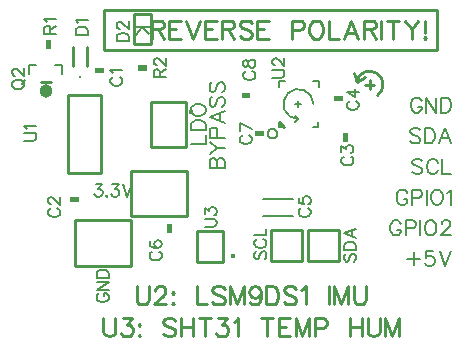
<source format=gto>
G04 DipTrace 3.3.1.3*
G04 HypermaqI2Csensorboardv0.1.gto*
%MOMM*%
G04 #@! TF.FileFunction,Legend,Top*
G04 #@! TF.Part,Single*
%ADD10C,0.25*%
%ADD18C,0.2032*%
%ADD22C,0.254*%
%ADD35C,0.1524*%
%ADD38O,0.23999X0.23961*%
%ADD45C,0.127*%
%ADD48O,0.3916X0.39148*%
%ADD51O,1.09392X1.13934*%
%ADD54O,0.41059X0.40856*%
%ADD93C,0.15686*%
%ADD94C,0.23529*%
%ADD95C,0.19608*%
%FSLAX35Y35*%
G04*
G71*
G90*
G75*
G01*
G04 TopSilk*
%LPD*%
X2094250Y1187617D2*
D10*
X1620617D1*
Y1569383D1*
X2094250D1*
Y1187617D1*
G36*
X1389103Y2397140D2*
X1312904D1*
Y2442849D1*
X1389103D1*
Y2397140D1*
G37*
G36*
X1100897Y1347360D2*
X1177096D1*
Y1301651D1*
X1100897D1*
Y1347360D1*
G37*
G36*
X3413120Y1814327D2*
X3458829D1*
Y1890526D1*
X3413120D1*
Y1814327D1*
G37*
G36*
X3418896Y2158063D2*
X3342697D1*
Y2203772D1*
X3418896D1*
Y2158063D1*
G37*
X2992465Y1185189D2*
D35*
X2737267Y1184812D1*
X2990064Y1333818D2*
X2741785Y1333893D1*
G36*
X1967860Y1118103D2*
X1922151D1*
Y1041904D1*
X1967860D1*
Y1118103D1*
G37*
G36*
X2666334Y1910630D2*
X2742533D1*
Y1864921D1*
X2666334D1*
Y1910630D1*
G37*
G36*
X2559598Y2185020D2*
X2631564D1*
Y2225332D1*
X2559598D1*
Y2185020D1*
G37*
X1126002Y2459987D2*
D10*
Y2619985D1*
X1245998Y2459987D2*
Y2619985D1*
D38*
X1186000Y2365987D3*
X1643210Y2893482D2*
D10*
X1789979D1*
Y2643845D1*
X1643210D1*
Y2893482D1*
X1791297Y2791006D2*
D18*
X1715995Y2790906D1*
X1651829Y2791430D2*
X1715995Y2790906D1*
X1768565Y2728147D1*
X1713462Y2789358D2*
X1661632Y2722805D1*
X1618250Y767617D2*
D10*
X1144617D1*
Y1149383D1*
X1618250D1*
Y767617D1*
X854512Y2324780D2*
X944009D1*
X820004Y2470010D2*
D18*
X760007D1*
Y2390000D1*
X979996Y2470010D2*
X1039993D1*
Y2390000D1*
G36*
X898140Y2601897D2*
X943849D1*
Y2678096D1*
X898140D1*
Y2601897D1*
G37*
G36*
X1753103Y2417140D2*
X1676904D1*
Y2462849D1*
X1753103D1*
Y2417140D1*
G37*
X2806000Y806433D2*
D10*
X3070133D1*
Y1070567D1*
X2806000D1*
Y806433D1*
X3116000D2*
X3380133D1*
Y1070567D1*
X3116000D1*
Y806433D1*
X3163840Y2135480D2*
D45*
G03X3036796Y2008444I-126989J-48D01*
G01*
X3011431Y2033842D1*
X3036796Y2008444D2*
X3011431Y1983046D1*
X2873373Y2276968D2*
D18*
Y2326947D1*
X2923367D1*
X3036796Y2160878D2*
D45*
Y2110034D1*
X2873373Y1986695D2*
D18*
Y1936716D1*
X2923367D1*
X3011431Y2135480D2*
D45*
X3062205D1*
X3157683Y1936716D2*
D18*
X3207676D1*
Y1986695D1*
X2919768Y1938396D2*
D10*
X2876062Y1984199D1*
X3160935Y2326947D2*
D18*
X3210928D1*
Y2276968D1*
X2777332Y1886953D2*
X2777431Y1889751D1*
X2777727Y1892536D1*
X2778219Y1895293D1*
X2778905Y1898010D1*
X2779781Y1900672D1*
X2780842Y1903268D1*
X2782085Y1905785D1*
X2783502Y1908210D1*
X2785087Y1910531D1*
X2786832Y1912737D1*
X2788728Y1914818D1*
X2790767Y1916763D1*
X2792938Y1918562D1*
X2795231Y1920208D1*
X2797635Y1921692D1*
X2800137Y1923006D1*
X2802727Y1924145D1*
X2805390Y1925103D1*
X2808114Y1925874D1*
X2810887Y1926456D1*
X2813693Y1926846D1*
X2816521Y1927041D1*
X2819355D1*
X2822183Y1926846D1*
X2824989Y1926456D1*
X2827762Y1925874D1*
X2830486Y1925103D1*
X2833149Y1924145D1*
X2835739Y1923006D1*
X2838241Y1921692D1*
X2840645Y1920208D1*
X2842938Y1918562D1*
X2845109Y1916763D1*
X2847148Y1914818D1*
X2849044Y1912737D1*
X2850789Y1910531D1*
X2852374Y1908210D1*
X2853791Y1905785D1*
X2855034Y1903268D1*
X2856095Y1900672D1*
X2856971Y1898010D1*
X2857657Y1895293D1*
X2858149Y1892536D1*
X2858445Y1889751D1*
X2858544Y1886953D1*
X2858445Y1884155D1*
X2858149Y1881370D1*
X2857657Y1878613D1*
X2856971Y1875896D1*
X2856095Y1873233D1*
X2855034Y1870638D1*
X2853791Y1868121D1*
X2852374Y1865696D1*
X2850789Y1863375D1*
X2849044Y1861169D1*
X2847148Y1859088D1*
X2845109Y1857143D1*
X2842938Y1855344D1*
X2840645Y1853698D1*
X2838241Y1852214D1*
X2835739Y1850900D1*
X2833149Y1849761D1*
X2830486Y1848803D1*
X2827762Y1848032D1*
X2824989Y1847449D1*
X2822183Y1847060D1*
X2819355Y1846864D1*
X2816521D1*
X2813693Y1847060D1*
X2810887Y1847449D1*
X2808114Y1848032D1*
X2805390Y1848803D1*
X2802727Y1849761D1*
X2800137Y1850900D1*
X2797635Y1852214D1*
X2795231Y1853698D1*
X2792938Y1855344D1*
X2790767Y1857143D1*
X2788728Y1859088D1*
X2786832Y1861169D1*
X2785087Y1863375D1*
X2783502Y1865696D1*
X2782085Y1868121D1*
X2780842Y1870638D1*
X2779781Y1873233D1*
X2778905Y1875896D1*
X2778219Y1878613D1*
X2777727Y1881370D1*
X2777431Y1884155D1*
X2777332Y1886953D1*
D48*
X2487410Y847975D3*
X2400516Y796890D2*
D10*
X2176759D1*
Y1058397D1*
X2400516D1*
Y796890D1*
D51*
X898326Y2244591D3*
X1090080Y2210020D2*
D10*
Y1550015D1*
X1369920Y2210020D2*
Y1550015D1*
X1090080D2*
X1369920D1*
X1090080Y2210020D2*
X1369920D1*
X2087997Y2152183D2*
X1789517D1*
Y1773883D1*
X2087997D1*
Y2152183D1*
D54*
X2126021Y2065174D3*
X1388853Y2933253D2*
D22*
X4210000D1*
Y2590000D1*
X1388853D1*
Y2933253D1*
X3710000Y2210000D2*
G03X3530000Y2330000I-70000J90000D01*
G01*
X3640000Y2340000D2*
Y2260000D1*
X3530000Y2320000D2*
X3510000Y2400000D1*
X3530000Y2320000D2*
Y2330000D1*
X3600000Y2300000D2*
X3680000D1*
X3530000Y2320000D2*
X3600000Y2360000D1*
X1320843Y1454060D2*
D93*
X1374189D1*
X1345101Y1415202D1*
X1359701D1*
X1369360Y1410373D1*
X1374189Y1405543D1*
X1379131Y1390943D1*
Y1381285D1*
X1374189Y1366685D1*
X1364531Y1356914D1*
X1349931Y1352085D1*
X1335331D1*
X1320843Y1356914D1*
X1316014Y1361856D1*
X1311072Y1371514D1*
X1415332Y1361856D2*
X1410503Y1356914D1*
X1415332Y1352085D1*
X1420274Y1356914D1*
X1415332Y1361856D1*
X1461417Y1454060D2*
X1514763D1*
X1485676Y1415202D1*
X1500276D1*
X1509934Y1410373D1*
X1514763Y1405543D1*
X1519705Y1390943D1*
Y1381285D1*
X1514763Y1366685D1*
X1505105Y1356914D1*
X1490505Y1352085D1*
X1475905D1*
X1461417Y1356914D1*
X1456588Y1361856D1*
X1451647Y1371514D1*
X1551078Y1454173D2*
X1589936Y1352085D1*
X1628794Y1454173D1*
X1470063Y2364406D2*
X1460404Y2359577D1*
X1450633Y2349806D1*
X1445804Y2340147D1*
Y2320718D1*
X1450633Y2310947D1*
X1460404Y2301289D1*
X1470063Y2296347D1*
X1484663Y2291518D1*
X1509033D1*
X1523521Y2296347D1*
X1533292Y2301289D1*
X1542950Y2310947D1*
X1547892Y2320718D1*
Y2340147D1*
X1542950Y2349806D1*
X1533292Y2359576D1*
X1523521Y2364406D1*
X1465346Y2395778D2*
X1460404Y2405549D1*
X1445917Y2420149D1*
X1547892D1*
X942239Y1252015D2*
X932581Y1247186D1*
X922810Y1237415D1*
X917981Y1227757D1*
Y1208328D1*
X922810Y1198557D1*
X932581Y1188898D1*
X942239Y1183957D1*
X956839Y1179128D1*
X981210D1*
X995698Y1183957D1*
X1005468Y1188898D1*
X1015127Y1198557D1*
X1020069Y1208328D1*
Y1227757D1*
X1015127Y1237415D1*
X1005469Y1247186D1*
X995698Y1252015D1*
X942352Y1288329D2*
X937522D1*
X927752Y1293159D1*
X922922Y1297988D1*
X918093Y1307759D1*
Y1327188D1*
X922922Y1336846D1*
X927752Y1341675D1*
X937522Y1346617D1*
X947181D1*
X956952Y1341675D1*
X971439Y1332017D1*
X1020069Y1283388D1*
X1020068Y1351446D1*
X3425364Y1689709D2*
X3415706Y1684879D1*
X3405935Y1675109D1*
X3401106Y1665450D1*
Y1646021D1*
X3405935Y1636250D1*
X3415706Y1626592D1*
X3425364Y1621650D1*
X3439964Y1616821D1*
X3464335D1*
X3478823Y1621650D1*
X3488593Y1626592D1*
X3498252Y1636250D1*
X3503194Y1646021D1*
Y1665450D1*
X3498252Y1675108D1*
X3488594Y1684879D1*
X3478823Y1689708D1*
X3401218Y1730852D2*
Y1784198D1*
X3440077Y1755110D1*
Y1769710D1*
X3444906Y1779369D1*
X3449735Y1784198D1*
X3464335Y1789139D1*
X3473994D1*
X3488593Y1784198D1*
X3498364Y1774539D1*
X3503193Y1759939D1*
Y1745339D1*
X3498364Y1730852D1*
X3493423Y1726022D1*
X3483764Y1721081D1*
X3472206Y2160127D2*
X3462548Y2155298D1*
X3452777Y2145527D1*
X3447947Y2135869D1*
Y2116440D1*
X3452777Y2106669D1*
X3462547Y2097010D1*
X3472206Y2092069D1*
X3486806Y2087240D1*
X3511177D1*
X3525664Y2092069D1*
X3535435Y2097010D1*
X3545094Y2106669D1*
X3550035Y2116440D1*
Y2135869D1*
X3545094Y2145527D1*
X3535435Y2155298D1*
X3525664Y2160127D1*
X3550035Y2240129D2*
X3448060D1*
X3516006Y2191500D1*
Y2264387D1*
X3063778Y1253859D2*
X3054119Y1249029D1*
X3044348Y1239259D1*
X3039519Y1229600D1*
Y1210171D1*
X3044348Y1200400D1*
X3054119Y1190742D1*
X3063778Y1185800D1*
X3078378Y1180971D1*
X3102748D1*
X3117236Y1185800D1*
X3127007Y1190742D1*
X3136665Y1200400D1*
X3141607Y1210171D1*
Y1229600D1*
X3136665Y1239258D1*
X3127007Y1249029D1*
X3117236Y1253858D1*
X3039632Y1343519D2*
Y1295002D1*
X3083319Y1290173D1*
X3078490Y1295002D1*
X3073548Y1309602D1*
Y1324089D1*
X3078490Y1338689D1*
X3088148Y1348460D1*
X3102748Y1353289D1*
X3112407D1*
X3127007Y1348460D1*
X3136778Y1338689D1*
X3141607Y1324089D1*
Y1309602D1*
X3136778Y1295002D1*
X3131836Y1290172D1*
X3122178Y1285231D1*
X1801258Y885679D2*
X1791599Y880850D1*
X1781828Y871079D1*
X1776999Y861421D1*
Y841992D1*
X1781828Y832221D1*
X1791599Y822563D1*
X1801258Y817621D1*
X1815858Y812792D1*
X1840228D1*
X1854716Y817621D1*
X1864487Y822563D1*
X1874145Y832221D1*
X1879087Y841992D1*
Y861421D1*
X1874145Y871079D1*
X1864487Y880850D1*
X1854716Y885679D1*
X1791599Y975339D2*
X1781941Y970510D1*
X1777112Y955910D1*
Y946252D1*
X1781941Y931652D1*
X1796541Y921881D1*
X1820799Y917052D1*
X1845058D1*
X1864487Y921881D1*
X1874258Y931652D1*
X1879087Y946252D1*
Y951081D1*
X1874258Y965569D1*
X1864487Y975339D1*
X1849887Y980169D1*
X1845058D1*
X1830458Y975339D1*
X1820799Y965569D1*
X1815970Y951081D1*
Y946252D1*
X1820799Y931652D1*
X1830458Y921881D1*
X1845058Y917052D1*
X2565763Y1871485D2*
X2556104Y1866656D1*
X2546333Y1856885D1*
X2541504Y1847227D1*
Y1827798D1*
X2546333Y1818027D1*
X2556104Y1808368D1*
X2565763Y1803427D1*
X2580363Y1798598D1*
X2604733D1*
X2619221Y1803427D1*
X2628992Y1808368D1*
X2638650Y1818027D1*
X2643592Y1827798D1*
Y1847227D1*
X2638650Y1856885D1*
X2628992Y1866656D1*
X2619221Y1871485D1*
X2643592Y1922287D2*
X2541617Y1970916D1*
Y1902858D1*
X2594716Y2412775D2*
X2585058Y2407946D1*
X2575287Y2398175D1*
X2570457Y2388516D1*
Y2369087D1*
X2575287Y2359316D1*
X2585057Y2349658D1*
X2594716Y2344716D1*
X2609316Y2339887D1*
X2633687D1*
X2648174Y2344716D1*
X2657945Y2349658D1*
X2667604Y2359316D1*
X2672545Y2369087D1*
Y2388516D1*
X2667604Y2398175D1*
X2657945Y2407945D1*
X2648174Y2412775D1*
X2570570Y2468406D2*
X2575399Y2453918D1*
X2585058Y2448976D1*
X2594828D1*
X2604487Y2453918D1*
X2609428Y2463576D1*
X2614258Y2483006D1*
X2619087Y2497606D1*
X2628858Y2507264D1*
X2638516Y2512093D1*
X2653116D1*
X2662774Y2507264D1*
X2667716Y2502435D1*
X2672545Y2487835D1*
Y2468406D1*
X2667716Y2453918D1*
X2662774Y2448976D1*
X2653116Y2444147D1*
X2638516D1*
X2628858Y2448976D1*
X2619087Y2458747D1*
X2614258Y2473235D1*
X2609428Y2492664D1*
X2604487Y2502435D1*
X2594828Y2507264D1*
X2585058D1*
X2575399Y2502435D1*
X2570570Y2487835D1*
Y2468406D1*
X1151936Y2723303D2*
X1254023D1*
X1254024Y2757332D1*
X1249082Y2771932D1*
X1239424Y2781703D1*
X1229653Y2786532D1*
X1215165Y2791361D1*
X1190794D1*
X1176194Y2786532D1*
X1166536Y2781703D1*
X1156765Y2771932D1*
X1151936Y2757332D1*
Y2723303D1*
X1171477Y2822734D2*
X1166536Y2832504D1*
X1152048Y2847104D1*
X1254023D1*
X1499241Y2668962D2*
X1601328D1*
X1601329Y2702991D1*
X1596387Y2717591D1*
X1586729Y2727362D1*
X1576958Y2732191D1*
X1562470Y2737021D1*
X1538099D1*
X1523499Y2732191D1*
X1513841Y2727362D1*
X1504070Y2717591D1*
X1499241Y2702991D1*
Y2668962D1*
X1523612Y2773335D2*
X1518782D1*
X1509012Y2778164D1*
X1504182Y2782993D1*
X1499353Y2792764D1*
Y2812193D1*
X1504182Y2821852D1*
X1509012Y2826681D1*
X1518782Y2831622D1*
X1528441D1*
X1538212Y2826681D1*
X1552699Y2817022D1*
X1601329Y2768393D1*
X1601328Y2836451D1*
X1352653Y532396D2*
X1342994Y527567D1*
X1333223Y517796D1*
X1328394Y508138D1*
Y488709D1*
X1333223Y478938D1*
X1342994Y469280D1*
X1352653Y464338D1*
X1367253Y459509D1*
X1391623D1*
X1406111Y464338D1*
X1415882Y469280D1*
X1425540Y478938D1*
X1430482Y488709D1*
Y508138D1*
X1425540Y517796D1*
X1415882Y527567D1*
X1406111Y532396D1*
X1391623D1*
Y508138D1*
X1328394Y631827D2*
X1430482D1*
X1328394Y563769D1*
X1430482D1*
X1328394Y663200D2*
X1430482D1*
Y697229D1*
X1425540Y711829D1*
X1415882Y721600D1*
X1406111Y726429D1*
X1391623Y731258D1*
X1367253D1*
X1352653Y726429D1*
X1342994Y721600D1*
X1333223Y711829D1*
X1328394Y697229D1*
Y663200D1*
X612461Y2291070D2*
X617178Y2281412D1*
X626948Y2271641D1*
X636719Y2266812D1*
X651319Y2261870D1*
X675578D1*
X690178Y2266812D1*
X699836Y2271641D1*
X709607Y2281412D1*
X714436Y2291070D1*
Y2310499D1*
X709607Y2320270D1*
X699836Y2329928D1*
X690178Y2334758D1*
X675578Y2339699D1*
X651319D1*
X636719Y2334758D1*
X626949Y2329929D1*
X617178Y2320270D1*
X612461Y2310499D1*
Y2291070D1*
X695007Y2305670D2*
X724207Y2334758D1*
X636832Y2376013D2*
X632002D1*
X622232Y2380843D1*
X617402Y2385672D1*
X612573Y2395443D1*
Y2414872D1*
X617402Y2424530D1*
X622232Y2429359D1*
X632002Y2434301D1*
X641661D1*
X651432Y2429359D1*
X665919Y2419701D1*
X714549Y2371072D1*
X714548Y2439130D1*
X936055Y2731963D2*
Y2775650D1*
X931114Y2790250D1*
X926284Y2795192D1*
X916626Y2800021D1*
X906855D1*
X897197Y2795192D1*
X892255Y2790250D1*
X887426Y2775650D1*
Y2731963D1*
X989513D1*
X936055Y2765992D2*
X989514Y2800021D1*
X906967Y2831394D2*
X902026Y2841164D1*
X887538Y2855764D1*
X989513D1*
X1862827Y2361112D2*
Y2404800D1*
X1857885Y2419400D1*
X1853056Y2424341D1*
X1843398Y2429171D1*
X1833627D1*
X1823968Y2424341D1*
X1819027Y2419400D1*
X1814197Y2404800D1*
Y2361112D1*
X1916285D1*
X1862827Y2395141D2*
X1916285Y2429170D1*
X1838568Y2465485D2*
X1833739D1*
X1823968Y2470314D1*
X1819139Y2475143D1*
X1814310Y2484914D1*
Y2504343D1*
X1819139Y2514002D1*
X1823968Y2518831D1*
X1833739Y2523772D1*
X1843398D1*
X1853168Y2518831D1*
X1867656Y2509172D1*
X1916285Y2460543D1*
Y2528601D1*
X2677878Y887136D2*
X2668107Y877477D1*
X2663277Y862877D1*
Y843448D1*
X2668107Y828848D1*
X2677877Y819078D1*
X2687536D1*
X2697307Y824019D1*
X2702136Y828848D1*
X2706965Y838507D1*
X2716736Y867707D1*
X2721565Y877477D1*
X2726507Y882307D1*
X2736165Y887136D1*
X2750765D1*
X2760424Y877477D1*
X2765365Y862877D1*
Y843448D1*
X2760424Y828848D1*
X2750765Y819078D1*
X2687536Y991396D2*
X2677878Y986567D1*
X2668107Y976796D1*
X2663278Y967138D1*
Y947708D1*
X2668107Y937938D1*
X2677878Y928279D1*
X2687536Y923338D1*
X2702136Y918508D1*
X2726507D1*
X2740994Y923338D1*
X2750765Y928279D1*
X2760424Y937937D1*
X2765365Y947708D1*
Y967137D1*
X2760424Y976796D1*
X2750765Y986567D1*
X2740994Y991396D1*
X2663278Y1022769D2*
X2765365Y1022768D1*
Y1081056D1*
X3437878Y869780D2*
X3428107Y860121D1*
X3423277Y845521D1*
Y826092D1*
X3428107Y811492D1*
X3437877Y801721D1*
X3447536D1*
X3457307Y806663D1*
X3462136Y811492D1*
X3466965Y821151D1*
X3476736Y850351D1*
X3481565Y860121D1*
X3486507Y864950D1*
X3496165Y869780D1*
X3510765D1*
X3520424Y860121D1*
X3525365Y845521D1*
Y826092D1*
X3520424Y811492D1*
X3510765Y801721D1*
X3423278Y901152D2*
X3525365D1*
Y935181D1*
X3520424Y949781D1*
X3510765Y959552D1*
X3500994Y964381D1*
X3486507Y969211D1*
X3462136D1*
X3447536Y964381D1*
X3437878Y959552D1*
X3428107Y949781D1*
X3423278Y935181D1*
Y901152D1*
X3525365Y1078412D2*
X3423278Y1039442D1*
X3525365Y1000583D1*
X3491336Y1015183D2*
Y1063812D1*
X2817296Y2358952D2*
X2890183D1*
X2904783Y2363781D1*
X2914442Y2373552D1*
X2919384Y2388152D1*
Y2397811D1*
X2914442Y2412411D1*
X2904784Y2422181D1*
X2890184Y2427011D1*
X2817296D1*
X2841667Y2463325D2*
X2836837D1*
X2827067Y2468154D1*
X2822237Y2472983D1*
X2817408Y2482754D1*
Y2502183D1*
X2822237Y2511842D1*
X2827067Y2516671D1*
X2836837Y2521612D1*
X2846496D1*
X2856267Y2516671D1*
X2870754Y2507012D1*
X2919384Y2458383D1*
X2919383Y2526441D1*
X2243764Y1094652D2*
X2316652D1*
X2331252Y1099481D1*
X2340910Y1109252D1*
X2345852Y1123852D1*
Y1133511D1*
X2340910Y1148111D1*
X2331252Y1157881D1*
X2316652Y1162711D1*
X2243764D1*
X2243877Y1203854D2*
Y1257200D1*
X2282735Y1228112D1*
Y1242712D1*
X2287564Y1252371D1*
X2292393Y1257200D1*
X2306993Y1262141D1*
X2316652D1*
X2331252Y1257200D1*
X2341023Y1247541D1*
X2345852Y1232941D1*
Y1218341D1*
X2341023Y1203854D1*
X2336081Y1199025D1*
X2326423Y1194083D1*
X716961Y1823909D2*
X789848D1*
X804448Y1828739D1*
X814107Y1838509D1*
X819049Y1853109D1*
Y1862768D1*
X814107Y1877368D1*
X804449Y1887138D1*
X789849Y1891968D1*
X716961D1*
X736502Y1923340D2*
X731561Y1933111D1*
X717073Y1947711D1*
X819048D1*
X1796155Y2768406D2*
D94*
X1861686D1*
X1883586Y2775818D1*
X1890999Y2783062D1*
X1898242Y2797550D1*
Y2812206D1*
X1890999Y2826694D1*
X1883586Y2834106D1*
X1861686Y2841350D1*
X1796155D1*
Y2688218D1*
X1847199Y2768406D2*
X1898242Y2688218D1*
X2039977Y2841350D2*
X1945301D1*
Y2688218D1*
X2039977D1*
X1945301Y2768406D2*
X2003589D1*
X2087035Y2841350D2*
X2145323Y2688218D1*
X2203611Y2841350D1*
X2345345D2*
X2250670D1*
Y2688218D1*
X2345345D1*
X2250670Y2768406D2*
X2308957D1*
X2392404D2*
X2457935D1*
X2479835Y2775818D1*
X2487248Y2783062D1*
X2494492Y2797550D1*
Y2812206D1*
X2487248Y2826694D1*
X2479835Y2834106D1*
X2457935Y2841350D1*
X2392404D1*
Y2688218D1*
X2443448Y2768406D2*
X2494492Y2688218D1*
X2643638Y2819450D2*
X2629150Y2834106D1*
X2607250Y2841350D1*
X2578107D1*
X2556207Y2834106D1*
X2541550Y2819450D1*
Y2804962D1*
X2548963Y2790306D1*
X2556207Y2783062D1*
X2570694Y2775818D1*
X2614494Y2761162D1*
X2629150Y2753918D1*
X2636394Y2746506D1*
X2643638Y2732018D1*
Y2710118D1*
X2629150Y2695631D1*
X2607250Y2688218D1*
X2578107D1*
X2556207Y2695631D1*
X2541550Y2710118D1*
X2785372Y2841350D2*
X2690697D1*
Y2688218D1*
X2785372D1*
X2690697Y2768406D2*
X2748985D1*
X2980567Y2761162D2*
X3046267D1*
X3067998Y2768406D1*
X3075411Y2775818D1*
X3082655Y2790306D1*
Y2812206D1*
X3075411Y2826694D1*
X3067998Y2834106D1*
X3046267Y2841350D1*
X2980567D1*
Y2688218D1*
X3173513Y2841350D2*
X3158857Y2834106D1*
X3144370Y2819450D1*
X3136957Y2804962D1*
X3129713Y2783062D1*
Y2746506D1*
X3136957Y2724775D1*
X3144370Y2710118D1*
X3158857Y2695631D1*
X3173513Y2688218D1*
X3202657D1*
X3217145Y2695631D1*
X3231801Y2710118D1*
X3239045Y2724775D1*
X3246289Y2746506D1*
Y2783062D1*
X3239045Y2804962D1*
X3231801Y2819450D1*
X3217145Y2834106D1*
X3202657Y2841350D1*
X3173513D1*
X3293348D2*
Y2688218D1*
X3380779D1*
X3544582D2*
X3486126Y2841350D1*
X3427838Y2688218D1*
X3449738Y2739262D2*
X3522682D1*
X3591641Y2768406D2*
X3657172D1*
X3679072Y2775818D1*
X3686484Y2783062D1*
X3693728Y2797550D1*
Y2812206D1*
X3686484Y2826694D1*
X3679072Y2834106D1*
X3657172Y2841350D1*
X3591641D1*
Y2688218D1*
X3642684Y2768406D2*
X3693728Y2688218D1*
X3740787Y2841350D2*
Y2688218D1*
X3838890Y2841350D2*
Y2688218D1*
X3787846Y2841350D2*
X3889934D1*
X3936992D2*
X3995280Y2768406D1*
Y2688218D1*
X4053568Y2841350D2*
X3995280Y2768406D1*
X4108039Y2841181D2*
Y2739262D1*
Y2702875D2*
X4100627Y2695462D1*
X4108039Y2688218D1*
X4115283Y2695462D1*
X4108039Y2702875D1*
X4068667Y1911715D2*
D95*
X4056594Y1923928D1*
X4038344Y1929965D1*
X4014057D1*
X3995807Y1923928D1*
X3983594Y1911715D1*
Y1899642D1*
X3989771Y1887428D1*
X3995807Y1881392D1*
X4007880Y1875355D1*
X4044380Y1863142D1*
X4056594Y1857105D1*
X4062630Y1850928D1*
X4068667Y1838855D1*
Y1820605D1*
X4056594Y1808532D1*
X4038344Y1802355D1*
X4014057D1*
X3995807Y1808532D1*
X3983594Y1820605D1*
X4107883Y1929965D2*
Y1802355D1*
X4150419D1*
X4168669Y1808532D1*
X4180883Y1820605D1*
X4186919Y1832819D1*
X4192956Y1850928D1*
Y1881392D1*
X4186919Y1899642D1*
X4180883Y1911715D1*
X4168669Y1923928D1*
X4150419Y1929965D1*
X4107883D1*
X4329458Y1802355D2*
X4280745Y1929965D1*
X4232171Y1802355D1*
X4250421Y1844892D2*
X4311208D1*
X4087057Y1651715D2*
X4074984Y1663928D1*
X4056734Y1669965D1*
X4032447D1*
X4014197Y1663928D1*
X4001984Y1651715D1*
Y1639642D1*
X4008161Y1627428D1*
X4014197Y1621392D1*
X4026270Y1615355D1*
X4062770Y1603142D1*
X4074984Y1597105D1*
X4081020Y1590928D1*
X4087057Y1578855D1*
Y1560605D1*
X4074984Y1548532D1*
X4056734Y1542355D1*
X4032447D1*
X4014197Y1548532D1*
X4001984Y1560605D1*
X4217382Y1639642D2*
X4211346Y1651715D1*
X4199132Y1663928D1*
X4187059Y1669965D1*
X4162773D1*
X4150559Y1663928D1*
X4138486Y1651715D1*
X4132309Y1639642D1*
X4126273Y1621392D1*
Y1590928D1*
X4132309Y1572819D1*
X4138486Y1560605D1*
X4150559Y1548532D1*
X4162773Y1542355D1*
X4187059D1*
X4199132Y1548532D1*
X4211346Y1560605D1*
X4217382Y1572819D1*
X4256598Y1669965D2*
Y1542355D1*
X4329458D1*
X4080880Y2159642D2*
X4074844Y2171715D1*
X4062630Y2183928D1*
X4050557Y2189965D1*
X4026271D1*
X4014057Y2183928D1*
X4001984Y2171715D1*
X3995807Y2159642D1*
X3989771Y2141392D1*
Y2110928D1*
X3995807Y2092819D1*
X4001984Y2080605D1*
X4014057Y2068532D1*
X4026271Y2062355D1*
X4050557D1*
X4062630Y2068532D1*
X4074844Y2080605D1*
X4080880Y2092819D1*
Y2110928D1*
X4050557D1*
X4205169Y2189965D2*
Y2062355D1*
X4120096Y2189965D1*
Y2062355D1*
X4244385Y2189965D2*
Y2062355D1*
X4286921D1*
X4305171Y2068532D1*
X4317385Y2080605D1*
X4323421Y2092819D1*
X4329458Y2110928D1*
Y2141392D1*
X4323421Y2159642D1*
X4317385Y2171715D1*
X4305171Y2183928D1*
X4286921Y2189965D1*
X4244385D1*
X3905304Y1119642D2*
X3899267Y1131715D1*
X3887054Y1143928D1*
X3874980Y1149965D1*
X3850694D1*
X3838480Y1143928D1*
X3826407Y1131715D1*
X3820230Y1119642D1*
X3814194Y1101392D1*
Y1070928D1*
X3820230Y1052819D1*
X3826407Y1040605D1*
X3838480Y1028532D1*
X3850694Y1022355D1*
X3874980D1*
X3887054Y1028532D1*
X3899267Y1040605D1*
X3905304Y1052819D1*
Y1070928D1*
X3874980D1*
X3944519Y1083142D2*
X3999269D1*
X4017379Y1089178D1*
X4023556Y1095355D1*
X4029592Y1107428D1*
Y1125678D1*
X4023556Y1137751D1*
X4017379Y1143928D1*
X3999269Y1149965D1*
X3944519D1*
Y1022355D1*
X4068808Y1149965D2*
Y1022355D1*
X4144524Y1149965D2*
X4132310Y1143928D1*
X4120237Y1131715D1*
X4114060Y1119642D1*
X4108024Y1101392D1*
Y1070928D1*
X4114060Y1052819D1*
X4120237Y1040605D1*
X4132310Y1028532D1*
X4144524Y1022355D1*
X4168810D1*
X4180883Y1028532D1*
X4193097Y1040605D1*
X4199133Y1052819D1*
X4205170Y1070928D1*
Y1101392D1*
X4199133Y1119642D1*
X4193097Y1131715D1*
X4180883Y1143928D1*
X4168810Y1149965D1*
X4144524D1*
X4250562Y1119501D2*
Y1125538D1*
X4256599Y1137751D1*
X4262636Y1143788D1*
X4274849Y1149825D1*
X4299136D1*
X4311209Y1143788D1*
X4317245Y1137751D1*
X4323422Y1125538D1*
Y1113465D1*
X4317245Y1101251D1*
X4305172Y1083142D1*
X4244386Y1022355D1*
X4329459D1*
X4014057Y880770D2*
Y771410D1*
X3959447Y826020D2*
X4068807D1*
X4180882Y889825D2*
X4120236D1*
X4114199Y835215D1*
X4120236Y841251D1*
X4138486Y847428D1*
X4156596D1*
X4174846Y841251D1*
X4187059Y829178D1*
X4193096Y810928D1*
Y798855D1*
X4187059Y780605D1*
X4174846Y768392D1*
X4156596Y762355D1*
X4138486D1*
X4120236Y768392D1*
X4114199Y774569D1*
X4108023Y786642D1*
X4232311Y889965D2*
X4280884Y762355D1*
X4329457Y889965D1*
X3959914Y1379642D2*
X3953877Y1391715D1*
X3941664Y1403928D1*
X3929590Y1409965D1*
X3905304D1*
X3893090Y1403928D1*
X3881017Y1391715D1*
X3874840Y1379642D1*
X3868804Y1361392D1*
Y1330928D1*
X3874840Y1312819D1*
X3881017Y1300605D1*
X3893090Y1288532D1*
X3905304Y1282355D1*
X3929590D1*
X3941664Y1288532D1*
X3953877Y1300605D1*
X3959914Y1312819D1*
Y1330928D1*
X3929590D1*
X3999129Y1343142D2*
X4053879D1*
X4071989Y1349178D1*
X4078166Y1355355D1*
X4084202Y1367428D1*
Y1385678D1*
X4078166Y1397751D1*
X4071989Y1403928D1*
X4053879Y1409965D1*
X3999129D1*
Y1282355D1*
X4123418Y1409965D2*
Y1282355D1*
X4199134Y1409965D2*
X4186920Y1403928D1*
X4174847Y1391715D1*
X4168670Y1379642D1*
X4162634Y1361392D1*
Y1330928D1*
X4168670Y1312819D1*
X4174847Y1300605D1*
X4186920Y1288532D1*
X4199134Y1282355D1*
X4223420D1*
X4235493Y1288532D1*
X4247707Y1300605D1*
X4253743Y1312819D1*
X4259780Y1330928D1*
Y1361392D1*
X4253743Y1379642D1*
X4247707Y1391715D1*
X4235493Y1403928D1*
X4223420Y1409965D1*
X4199134D1*
X4298996Y1385538D2*
X4311209Y1391715D1*
X4329459Y1409825D1*
Y1282355D1*
X2125402Y1800034D2*
X2253011D1*
X2253012Y1872894D1*
X2125402Y1912109D2*
X2253011D1*
Y1954646D1*
X2246835Y1972896D1*
X2234761Y1985109D1*
X2222548Y1991146D1*
X2204438Y1997182D1*
X2173975D1*
X2155725Y1991146D1*
X2143652Y1985109D1*
X2131438Y1972896D1*
X2125402Y1954646D1*
Y1912109D1*
Y2072898D2*
X2131438Y2060685D1*
X2143652Y2048612D1*
X2155725Y2042435D1*
X2173975Y2036398D1*
X2204438D1*
X2222548Y2042435D1*
X2234761Y2048611D1*
X2246835Y2060685D1*
X2253011Y2072898D1*
Y2097185D1*
X2246834Y2109258D1*
X2234761Y2121471D1*
X2222548Y2127508D1*
X2204438Y2133544D1*
X2173975D1*
X2155725Y2127508D1*
X2143652Y2121471D1*
X2131438Y2109258D1*
X2125402Y2097185D1*
Y2072898D1*
X2285402Y1590034D2*
X2413011D1*
X2413012Y1644784D1*
X2406835Y1663034D1*
X2400798Y1669071D1*
X2388725Y1675107D1*
X2370475D1*
X2358262Y1669071D1*
X2352225Y1663034D1*
X2346188Y1644784D1*
X2340012Y1663034D1*
X2333975Y1669071D1*
X2321902Y1675107D1*
X2309688D1*
X2297615Y1669071D1*
X2291438Y1663034D1*
X2285402Y1644784D1*
Y1590034D1*
X2346188D2*
Y1644784D1*
X2285402Y1714323D2*
X2346188Y1762896D1*
X2413011D1*
X2285402Y1811469D2*
X2346188Y1762896D1*
X2352225Y1850685D2*
Y1905435D1*
X2346188Y1923544D1*
X2340011Y1929721D1*
X2327938Y1935758D1*
X2309688D1*
X2297615Y1929721D1*
X2291438Y1923544D1*
X2285402Y1905435D1*
Y1850685D1*
X2413011D1*
Y2072260D2*
X2285402Y2023546D1*
X2413011Y1974973D1*
X2370475Y1993223D2*
Y2054010D1*
X2303652Y2196549D2*
X2291438Y2184476D1*
X2285402Y2166226D1*
Y2141939D1*
X2291438Y2123689D1*
X2303652Y2111476D1*
X2315725D1*
X2327938Y2117652D1*
X2333975Y2123689D1*
X2340011Y2135762D1*
X2352225Y2172262D1*
X2358261Y2184476D1*
X2364438Y2190512D1*
X2376511Y2196549D1*
X2394761D1*
X2406834Y2184476D1*
X2413011Y2166226D1*
Y2141939D1*
X2406834Y2123689D1*
X2394761Y2111476D1*
X2303652Y2320837D2*
X2291438Y2308764D1*
X2285402Y2290514D1*
Y2266228D1*
X2291438Y2247978D1*
X2303652Y2235764D1*
X2315725D1*
X2327938Y2241941D1*
X2333975Y2247978D1*
X2340011Y2260051D1*
X2352225Y2296551D1*
X2358261Y2308764D1*
X2364438Y2314801D1*
X2376511Y2320837D1*
X2394761D1*
X2406834Y2308764D1*
X2413011Y2290514D1*
Y2266228D1*
X2406834Y2247978D1*
X2394761Y2235764D1*
X1386155Y321350D2*
D94*
Y212018D1*
X1393399Y190118D1*
X1408055Y175631D1*
X1429955Y168218D1*
X1444442D1*
X1466342Y175631D1*
X1480999Y190118D1*
X1488242Y212018D1*
Y321350D1*
X1549957Y321181D2*
X1629977D1*
X1586345Y262894D1*
X1608245D1*
X1622733Y255650D1*
X1629977Y248406D1*
X1637389Y226506D1*
Y212018D1*
X1629977Y190118D1*
X1615489Y175462D1*
X1593589Y168218D1*
X1571689D1*
X1549957Y175462D1*
X1542714Y182875D1*
X1535301Y197362D1*
X1691860Y270306D2*
X1684448Y262894D1*
X1691860Y255650D1*
X1699104Y262894D1*
X1691860Y270306D1*
Y182875D2*
X1684448Y175462D1*
X1691860Y168218D1*
X1699104Y175462D1*
X1691860Y182875D1*
X1996386Y299450D2*
X1981898Y314106D1*
X1959998Y321350D1*
X1930855D1*
X1908955Y314106D1*
X1894298Y299450D1*
Y284962D1*
X1901711Y270306D1*
X1908955Y263062D1*
X1923442Y255818D1*
X1967242Y241162D1*
X1981898Y233918D1*
X1989142Y226506D1*
X1996386Y212018D1*
Y190118D1*
X1981898Y175631D1*
X1959998Y168218D1*
X1930855D1*
X1908955Y175631D1*
X1894298Y190118D1*
X2043445Y321350D2*
Y168218D1*
X2145533Y321350D2*
Y168218D1*
X2043445Y248406D2*
X2145533D1*
X2243635Y321350D2*
Y168218D1*
X2192591Y321350D2*
X2294679D1*
X2356394Y321181D2*
X2436413D1*
X2392782Y262894D1*
X2414682D1*
X2429170Y255650D1*
X2436413Y248406D1*
X2443826Y226506D1*
Y212018D1*
X2436413Y190118D1*
X2421926Y175462D1*
X2400026Y168218D1*
X2378126D1*
X2356394Y175462D1*
X2349150Y182875D1*
X2341738Y197362D1*
X2490885Y292038D2*
X2505541Y299450D1*
X2527441Y321181D1*
Y168218D1*
X2773679Y321350D2*
Y168218D1*
X2722635Y321350D2*
X2824723D1*
X2966457D2*
X2871782D1*
Y168218D1*
X2966457D1*
X2871782Y248406D2*
X2930069D1*
X3130091Y168218D2*
Y321350D1*
X3071804Y168218D1*
X3013516Y321350D1*
Y168218D1*
X3177150Y241162D2*
X3242850D1*
X3264582Y248406D1*
X3271994Y255818D1*
X3279238Y270306D1*
Y292206D1*
X3271994Y306694D1*
X3264582Y314106D1*
X3242850Y321350D1*
X3177150D1*
Y168218D1*
X3474432Y321350D2*
Y168218D1*
X3576520Y321350D2*
Y168218D1*
X3474432Y248406D2*
X3576520D1*
X3623579Y321350D2*
Y212018D1*
X3630823Y190118D1*
X3645479Y175631D1*
X3667379Y168218D1*
X3681867D1*
X3703767Y175631D1*
X3718423Y190118D1*
X3725667Y212018D1*
Y321350D1*
X3889301Y168218D2*
Y321350D1*
X3831013Y168218D1*
X3772725Y321350D1*
Y168218D1*
X1667658Y591350D2*
Y482018D1*
X1674902Y460118D1*
X1689558Y445631D1*
X1711458Y438218D1*
X1725946D1*
X1747846Y445631D1*
X1762502Y460118D1*
X1769746Y482018D1*
Y591350D1*
X1824217Y554794D2*
Y562038D1*
X1831461Y576694D1*
X1838705Y583938D1*
X1853361Y591181D1*
X1882505D1*
X1896992Y583938D1*
X1904236Y576694D1*
X1911648Y562038D1*
Y547550D1*
X1904236Y532894D1*
X1889748Y511162D1*
X1816805Y438218D1*
X1918892D1*
X1973363Y540306D2*
X1965951Y532894D1*
X1973363Y525650D1*
X1980607Y532894D1*
X1973363Y540306D1*
Y452875D2*
X1965951Y445462D1*
X1973363Y438218D1*
X1980607Y445462D1*
X1973363Y452875D1*
X2175802Y591350D2*
Y438218D1*
X2263233D1*
X2412380Y569450D2*
X2397892Y584106D1*
X2375992Y591350D1*
X2346848D1*
X2324948Y584106D1*
X2310292Y569450D1*
Y554962D1*
X2317704Y540306D1*
X2324948Y533062D1*
X2339436Y525818D1*
X2383236Y511162D1*
X2397892Y503918D1*
X2405136Y496506D1*
X2412380Y482018D1*
Y460118D1*
X2397892Y445631D1*
X2375992Y438218D1*
X2346848D1*
X2324948Y445631D1*
X2310292Y460118D1*
X2576014Y438218D2*
Y591350D1*
X2517726Y438218D1*
X2459439Y591350D1*
Y438218D1*
X2717917Y540306D2*
X2710504Y518406D1*
X2696017Y503750D1*
X2674117Y496506D1*
X2666873D1*
X2644973Y503750D1*
X2630485Y518406D1*
X2623073Y540306D1*
Y547550D1*
X2630485Y569450D1*
X2644973Y583938D1*
X2666873Y591181D1*
X2674117D1*
X2696017Y583938D1*
X2710504Y569450D1*
X2717917Y540306D1*
Y503750D1*
X2710504Y467362D1*
X2696017Y445462D1*
X2674117Y438218D1*
X2659629D1*
X2637729Y445462D1*
X2630485Y460118D1*
X2764976Y591350D2*
Y438218D1*
X2816019D1*
X2837919Y445631D1*
X2852576Y460118D1*
X2859819Y474775D1*
X2867063Y496506D1*
Y533062D1*
X2859819Y554962D1*
X2852576Y569450D1*
X2837919Y584106D1*
X2816019Y591350D1*
X2764976D1*
X3016210Y569450D2*
X3001722Y584106D1*
X2979822Y591350D1*
X2950678D1*
X2928778Y584106D1*
X2914122Y569450D1*
Y554962D1*
X2921534Y540306D1*
X2928778Y533062D1*
X2943266Y525818D1*
X2987066Y511162D1*
X3001722Y503918D1*
X3008966Y496506D1*
X3016210Y482018D1*
Y460118D1*
X3001722Y445631D1*
X2979822Y438218D1*
X2950678D1*
X2928778Y445631D1*
X2914122Y460118D1*
X3063269Y562038D2*
X3077925Y569450D1*
X3099825Y591181D1*
Y438218D1*
X3295019Y591350D2*
Y438218D1*
X3458654D2*
Y591350D1*
X3400366Y438218D1*
X3342078Y591350D1*
Y438218D1*
X3505712Y591350D2*
Y482018D1*
X3512956Y460118D1*
X3527612Y445631D1*
X3549512Y438218D1*
X3564000D1*
X3585900Y445631D1*
X3600556Y460118D1*
X3607800Y482018D1*
Y591350D1*
M02*

</source>
